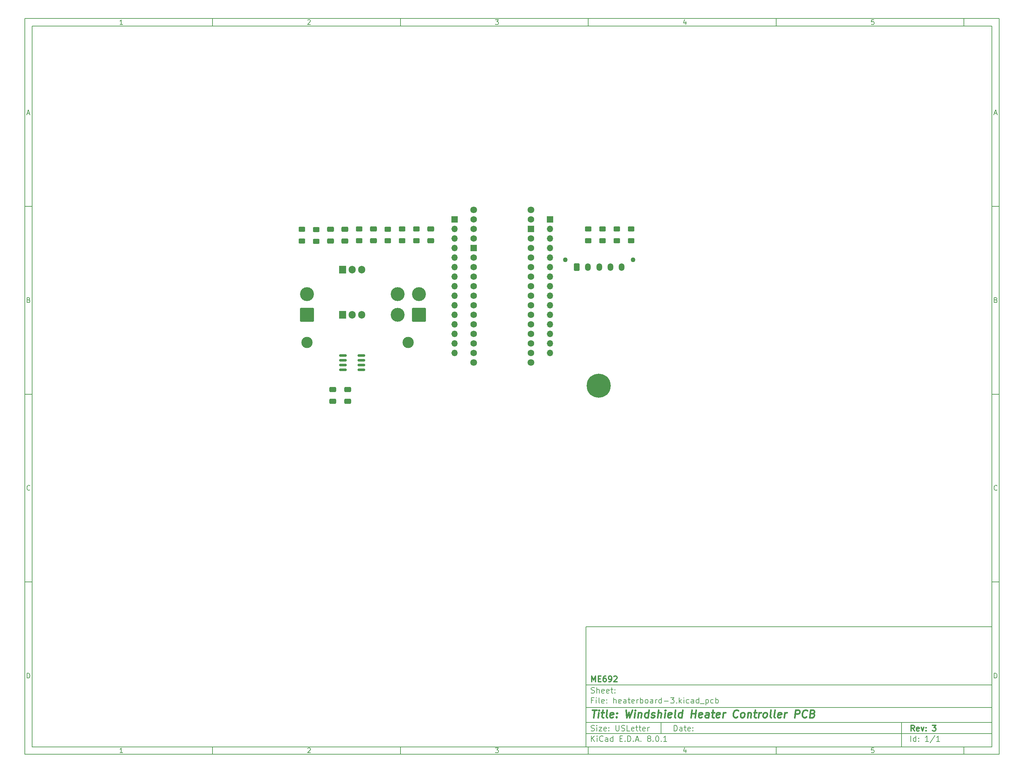
<source format=gbr>
%TF.GenerationSoftware,KiCad,Pcbnew,8.0.1*%
%TF.CreationDate,2024-05-02T11:38:50-04:00*%
%TF.ProjectId,heaterboard-3,68656174-6572-4626-9f61-72642d332e6b,3*%
%TF.SameCoordinates,Original*%
%TF.FileFunction,Soldermask,Top*%
%TF.FilePolarity,Negative*%
%FSLAX46Y46*%
G04 Gerber Fmt 4.6, Leading zero omitted, Abs format (unit mm)*
G04 Created by KiCad (PCBNEW 8.0.1) date 2024-05-02 11:38:50*
%MOMM*%
%LPD*%
G01*
G04 APERTURE LIST*
G04 Aperture macros list*
%AMRoundRect*
0 Rectangle with rounded corners*
0 $1 Rounding radius*
0 $2 $3 $4 $5 $6 $7 $8 $9 X,Y pos of 4 corners*
0 Add a 4 corners polygon primitive as box body*
4,1,4,$2,$3,$4,$5,$6,$7,$8,$9,$2,$3,0*
0 Add four circle primitives for the rounded corners*
1,1,$1+$1,$2,$3*
1,1,$1+$1,$4,$5*
1,1,$1+$1,$6,$7*
1,1,$1+$1,$8,$9*
0 Add four rect primitives between the rounded corners*
20,1,$1+$1,$2,$3,$4,$5,0*
20,1,$1+$1,$4,$5,$6,$7,0*
20,1,$1+$1,$6,$7,$8,$9,0*
20,1,$1+$1,$8,$9,$2,$3,0*%
G04 Aperture macros list end*
%ADD10C,0.100000*%
%ADD11C,0.150000*%
%ADD12C,0.300000*%
%ADD13C,0.400000*%
%ADD14RoundRect,0.250000X0.625000X-0.400000X0.625000X0.400000X-0.625000X0.400000X-0.625000X-0.400000X0*%
%ADD15RoundRect,0.250000X-0.650000X0.412500X-0.650000X-0.412500X0.650000X-0.412500X0.650000X0.412500X0*%
%ADD16R,1.905000X2.000000*%
%ADD17O,1.905000X2.000000*%
%ADD18R,1.700000X1.700000*%
%ADD19O,1.700000X1.700000*%
%ADD20C,3.000000*%
%ADD21RoundRect,0.250002X1.599998X1.599998X-1.599998X1.599998X-1.599998X-1.599998X1.599998X-1.599998X0*%
%ADD22C,3.700000*%
%ADD23RoundRect,0.250000X-0.625000X0.400000X-0.625000X-0.400000X0.625000X-0.400000X0.625000X0.400000X0*%
%ADD24RoundRect,0.250000X0.650000X-0.412500X0.650000X0.412500X-0.650000X0.412500X-0.650000X-0.412500X0*%
%ADD25C,1.800000*%
%ADD26C,1.727200*%
%ADD27R,1.727200X1.727200*%
%ADD28C,1.270000*%
%ADD29RoundRect,0.250001X-0.499999X-0.759999X0.499999X-0.759999X0.499999X0.759999X-0.499999X0.759999X0*%
%ADD30O,1.500000X2.020000*%
%ADD31C,6.400000*%
%ADD32RoundRect,0.150000X0.825000X0.150000X-0.825000X0.150000X-0.825000X-0.150000X0.825000X-0.150000X0*%
G04 APERTURE END LIST*
D10*
D11*
X159400000Y-171900000D02*
X267400000Y-171900000D01*
X267400000Y-203900000D01*
X159400000Y-203900000D01*
X159400000Y-171900000D01*
D10*
D11*
X10000000Y-10000000D02*
X269400000Y-10000000D01*
X269400000Y-205900000D01*
X10000000Y-205900000D01*
X10000000Y-10000000D01*
D10*
D11*
X12000000Y-12000000D02*
X267400000Y-12000000D01*
X267400000Y-203900000D01*
X12000000Y-203900000D01*
X12000000Y-12000000D01*
D10*
D11*
X60000000Y-12000000D02*
X60000000Y-10000000D01*
D10*
D11*
X110000000Y-12000000D02*
X110000000Y-10000000D01*
D10*
D11*
X160000000Y-12000000D02*
X160000000Y-10000000D01*
D10*
D11*
X210000000Y-12000000D02*
X210000000Y-10000000D01*
D10*
D11*
X260000000Y-12000000D02*
X260000000Y-10000000D01*
D10*
D11*
X36089160Y-11593604D02*
X35346303Y-11593604D01*
X35717731Y-11593604D02*
X35717731Y-10293604D01*
X35717731Y-10293604D02*
X35593922Y-10479319D01*
X35593922Y-10479319D02*
X35470112Y-10603128D01*
X35470112Y-10603128D02*
X35346303Y-10665033D01*
D10*
D11*
X85346303Y-10417414D02*
X85408207Y-10355509D01*
X85408207Y-10355509D02*
X85532017Y-10293604D01*
X85532017Y-10293604D02*
X85841541Y-10293604D01*
X85841541Y-10293604D02*
X85965350Y-10355509D01*
X85965350Y-10355509D02*
X86027255Y-10417414D01*
X86027255Y-10417414D02*
X86089160Y-10541223D01*
X86089160Y-10541223D02*
X86089160Y-10665033D01*
X86089160Y-10665033D02*
X86027255Y-10850747D01*
X86027255Y-10850747D02*
X85284398Y-11593604D01*
X85284398Y-11593604D02*
X86089160Y-11593604D01*
D10*
D11*
X135284398Y-10293604D02*
X136089160Y-10293604D01*
X136089160Y-10293604D02*
X135655826Y-10788842D01*
X135655826Y-10788842D02*
X135841541Y-10788842D01*
X135841541Y-10788842D02*
X135965350Y-10850747D01*
X135965350Y-10850747D02*
X136027255Y-10912652D01*
X136027255Y-10912652D02*
X136089160Y-11036461D01*
X136089160Y-11036461D02*
X136089160Y-11345985D01*
X136089160Y-11345985D02*
X136027255Y-11469795D01*
X136027255Y-11469795D02*
X135965350Y-11531700D01*
X135965350Y-11531700D02*
X135841541Y-11593604D01*
X135841541Y-11593604D02*
X135470112Y-11593604D01*
X135470112Y-11593604D02*
X135346303Y-11531700D01*
X135346303Y-11531700D02*
X135284398Y-11469795D01*
D10*
D11*
X185965350Y-10726938D02*
X185965350Y-11593604D01*
X185655826Y-10231700D02*
X185346303Y-11160271D01*
X185346303Y-11160271D02*
X186151064Y-11160271D01*
D10*
D11*
X236027255Y-10293604D02*
X235408207Y-10293604D01*
X235408207Y-10293604D02*
X235346303Y-10912652D01*
X235346303Y-10912652D02*
X235408207Y-10850747D01*
X235408207Y-10850747D02*
X235532017Y-10788842D01*
X235532017Y-10788842D02*
X235841541Y-10788842D01*
X235841541Y-10788842D02*
X235965350Y-10850747D01*
X235965350Y-10850747D02*
X236027255Y-10912652D01*
X236027255Y-10912652D02*
X236089160Y-11036461D01*
X236089160Y-11036461D02*
X236089160Y-11345985D01*
X236089160Y-11345985D02*
X236027255Y-11469795D01*
X236027255Y-11469795D02*
X235965350Y-11531700D01*
X235965350Y-11531700D02*
X235841541Y-11593604D01*
X235841541Y-11593604D02*
X235532017Y-11593604D01*
X235532017Y-11593604D02*
X235408207Y-11531700D01*
X235408207Y-11531700D02*
X235346303Y-11469795D01*
D10*
D11*
X60000000Y-203900000D02*
X60000000Y-205900000D01*
D10*
D11*
X110000000Y-203900000D02*
X110000000Y-205900000D01*
D10*
D11*
X160000000Y-203900000D02*
X160000000Y-205900000D01*
D10*
D11*
X210000000Y-203900000D02*
X210000000Y-205900000D01*
D10*
D11*
X260000000Y-203900000D02*
X260000000Y-205900000D01*
D10*
D11*
X36089160Y-205493604D02*
X35346303Y-205493604D01*
X35717731Y-205493604D02*
X35717731Y-204193604D01*
X35717731Y-204193604D02*
X35593922Y-204379319D01*
X35593922Y-204379319D02*
X35470112Y-204503128D01*
X35470112Y-204503128D02*
X35346303Y-204565033D01*
D10*
D11*
X85346303Y-204317414D02*
X85408207Y-204255509D01*
X85408207Y-204255509D02*
X85532017Y-204193604D01*
X85532017Y-204193604D02*
X85841541Y-204193604D01*
X85841541Y-204193604D02*
X85965350Y-204255509D01*
X85965350Y-204255509D02*
X86027255Y-204317414D01*
X86027255Y-204317414D02*
X86089160Y-204441223D01*
X86089160Y-204441223D02*
X86089160Y-204565033D01*
X86089160Y-204565033D02*
X86027255Y-204750747D01*
X86027255Y-204750747D02*
X85284398Y-205493604D01*
X85284398Y-205493604D02*
X86089160Y-205493604D01*
D10*
D11*
X135284398Y-204193604D02*
X136089160Y-204193604D01*
X136089160Y-204193604D02*
X135655826Y-204688842D01*
X135655826Y-204688842D02*
X135841541Y-204688842D01*
X135841541Y-204688842D02*
X135965350Y-204750747D01*
X135965350Y-204750747D02*
X136027255Y-204812652D01*
X136027255Y-204812652D02*
X136089160Y-204936461D01*
X136089160Y-204936461D02*
X136089160Y-205245985D01*
X136089160Y-205245985D02*
X136027255Y-205369795D01*
X136027255Y-205369795D02*
X135965350Y-205431700D01*
X135965350Y-205431700D02*
X135841541Y-205493604D01*
X135841541Y-205493604D02*
X135470112Y-205493604D01*
X135470112Y-205493604D02*
X135346303Y-205431700D01*
X135346303Y-205431700D02*
X135284398Y-205369795D01*
D10*
D11*
X185965350Y-204626938D02*
X185965350Y-205493604D01*
X185655826Y-204131700D02*
X185346303Y-205060271D01*
X185346303Y-205060271D02*
X186151064Y-205060271D01*
D10*
D11*
X236027255Y-204193604D02*
X235408207Y-204193604D01*
X235408207Y-204193604D02*
X235346303Y-204812652D01*
X235346303Y-204812652D02*
X235408207Y-204750747D01*
X235408207Y-204750747D02*
X235532017Y-204688842D01*
X235532017Y-204688842D02*
X235841541Y-204688842D01*
X235841541Y-204688842D02*
X235965350Y-204750747D01*
X235965350Y-204750747D02*
X236027255Y-204812652D01*
X236027255Y-204812652D02*
X236089160Y-204936461D01*
X236089160Y-204936461D02*
X236089160Y-205245985D01*
X236089160Y-205245985D02*
X236027255Y-205369795D01*
X236027255Y-205369795D02*
X235965350Y-205431700D01*
X235965350Y-205431700D02*
X235841541Y-205493604D01*
X235841541Y-205493604D02*
X235532017Y-205493604D01*
X235532017Y-205493604D02*
X235408207Y-205431700D01*
X235408207Y-205431700D02*
X235346303Y-205369795D01*
D10*
D11*
X10000000Y-60000000D02*
X12000000Y-60000000D01*
D10*
D11*
X10000000Y-110000000D02*
X12000000Y-110000000D01*
D10*
D11*
X10000000Y-160000000D02*
X12000000Y-160000000D01*
D10*
D11*
X10690476Y-35222176D02*
X11309523Y-35222176D01*
X10566666Y-35593604D02*
X10999999Y-34293604D01*
X10999999Y-34293604D02*
X11433333Y-35593604D01*
D10*
D11*
X11092857Y-84912652D02*
X11278571Y-84974557D01*
X11278571Y-84974557D02*
X11340476Y-85036461D01*
X11340476Y-85036461D02*
X11402380Y-85160271D01*
X11402380Y-85160271D02*
X11402380Y-85345985D01*
X11402380Y-85345985D02*
X11340476Y-85469795D01*
X11340476Y-85469795D02*
X11278571Y-85531700D01*
X11278571Y-85531700D02*
X11154761Y-85593604D01*
X11154761Y-85593604D02*
X10659523Y-85593604D01*
X10659523Y-85593604D02*
X10659523Y-84293604D01*
X10659523Y-84293604D02*
X11092857Y-84293604D01*
X11092857Y-84293604D02*
X11216666Y-84355509D01*
X11216666Y-84355509D02*
X11278571Y-84417414D01*
X11278571Y-84417414D02*
X11340476Y-84541223D01*
X11340476Y-84541223D02*
X11340476Y-84665033D01*
X11340476Y-84665033D02*
X11278571Y-84788842D01*
X11278571Y-84788842D02*
X11216666Y-84850747D01*
X11216666Y-84850747D02*
X11092857Y-84912652D01*
X11092857Y-84912652D02*
X10659523Y-84912652D01*
D10*
D11*
X11402380Y-135469795D02*
X11340476Y-135531700D01*
X11340476Y-135531700D02*
X11154761Y-135593604D01*
X11154761Y-135593604D02*
X11030952Y-135593604D01*
X11030952Y-135593604D02*
X10845238Y-135531700D01*
X10845238Y-135531700D02*
X10721428Y-135407890D01*
X10721428Y-135407890D02*
X10659523Y-135284080D01*
X10659523Y-135284080D02*
X10597619Y-135036461D01*
X10597619Y-135036461D02*
X10597619Y-134850747D01*
X10597619Y-134850747D02*
X10659523Y-134603128D01*
X10659523Y-134603128D02*
X10721428Y-134479319D01*
X10721428Y-134479319D02*
X10845238Y-134355509D01*
X10845238Y-134355509D02*
X11030952Y-134293604D01*
X11030952Y-134293604D02*
X11154761Y-134293604D01*
X11154761Y-134293604D02*
X11340476Y-134355509D01*
X11340476Y-134355509D02*
X11402380Y-134417414D01*
D10*
D11*
X10659523Y-185593604D02*
X10659523Y-184293604D01*
X10659523Y-184293604D02*
X10969047Y-184293604D01*
X10969047Y-184293604D02*
X11154761Y-184355509D01*
X11154761Y-184355509D02*
X11278571Y-184479319D01*
X11278571Y-184479319D02*
X11340476Y-184603128D01*
X11340476Y-184603128D02*
X11402380Y-184850747D01*
X11402380Y-184850747D02*
X11402380Y-185036461D01*
X11402380Y-185036461D02*
X11340476Y-185284080D01*
X11340476Y-185284080D02*
X11278571Y-185407890D01*
X11278571Y-185407890D02*
X11154761Y-185531700D01*
X11154761Y-185531700D02*
X10969047Y-185593604D01*
X10969047Y-185593604D02*
X10659523Y-185593604D01*
D10*
D11*
X269400000Y-60000000D02*
X267400000Y-60000000D01*
D10*
D11*
X269400000Y-110000000D02*
X267400000Y-110000000D01*
D10*
D11*
X269400000Y-160000000D02*
X267400000Y-160000000D01*
D10*
D11*
X268090476Y-35222176D02*
X268709523Y-35222176D01*
X267966666Y-35593604D02*
X268399999Y-34293604D01*
X268399999Y-34293604D02*
X268833333Y-35593604D01*
D10*
D11*
X268492857Y-84912652D02*
X268678571Y-84974557D01*
X268678571Y-84974557D02*
X268740476Y-85036461D01*
X268740476Y-85036461D02*
X268802380Y-85160271D01*
X268802380Y-85160271D02*
X268802380Y-85345985D01*
X268802380Y-85345985D02*
X268740476Y-85469795D01*
X268740476Y-85469795D02*
X268678571Y-85531700D01*
X268678571Y-85531700D02*
X268554761Y-85593604D01*
X268554761Y-85593604D02*
X268059523Y-85593604D01*
X268059523Y-85593604D02*
X268059523Y-84293604D01*
X268059523Y-84293604D02*
X268492857Y-84293604D01*
X268492857Y-84293604D02*
X268616666Y-84355509D01*
X268616666Y-84355509D02*
X268678571Y-84417414D01*
X268678571Y-84417414D02*
X268740476Y-84541223D01*
X268740476Y-84541223D02*
X268740476Y-84665033D01*
X268740476Y-84665033D02*
X268678571Y-84788842D01*
X268678571Y-84788842D02*
X268616666Y-84850747D01*
X268616666Y-84850747D02*
X268492857Y-84912652D01*
X268492857Y-84912652D02*
X268059523Y-84912652D01*
D10*
D11*
X268802380Y-135469795D02*
X268740476Y-135531700D01*
X268740476Y-135531700D02*
X268554761Y-135593604D01*
X268554761Y-135593604D02*
X268430952Y-135593604D01*
X268430952Y-135593604D02*
X268245238Y-135531700D01*
X268245238Y-135531700D02*
X268121428Y-135407890D01*
X268121428Y-135407890D02*
X268059523Y-135284080D01*
X268059523Y-135284080D02*
X267997619Y-135036461D01*
X267997619Y-135036461D02*
X267997619Y-134850747D01*
X267997619Y-134850747D02*
X268059523Y-134603128D01*
X268059523Y-134603128D02*
X268121428Y-134479319D01*
X268121428Y-134479319D02*
X268245238Y-134355509D01*
X268245238Y-134355509D02*
X268430952Y-134293604D01*
X268430952Y-134293604D02*
X268554761Y-134293604D01*
X268554761Y-134293604D02*
X268740476Y-134355509D01*
X268740476Y-134355509D02*
X268802380Y-134417414D01*
D10*
D11*
X268059523Y-185593604D02*
X268059523Y-184293604D01*
X268059523Y-184293604D02*
X268369047Y-184293604D01*
X268369047Y-184293604D02*
X268554761Y-184355509D01*
X268554761Y-184355509D02*
X268678571Y-184479319D01*
X268678571Y-184479319D02*
X268740476Y-184603128D01*
X268740476Y-184603128D02*
X268802380Y-184850747D01*
X268802380Y-184850747D02*
X268802380Y-185036461D01*
X268802380Y-185036461D02*
X268740476Y-185284080D01*
X268740476Y-185284080D02*
X268678571Y-185407890D01*
X268678571Y-185407890D02*
X268554761Y-185531700D01*
X268554761Y-185531700D02*
X268369047Y-185593604D01*
X268369047Y-185593604D02*
X268059523Y-185593604D01*
D10*
D11*
X182855826Y-199686128D02*
X182855826Y-198186128D01*
X182855826Y-198186128D02*
X183212969Y-198186128D01*
X183212969Y-198186128D02*
X183427255Y-198257557D01*
X183427255Y-198257557D02*
X183570112Y-198400414D01*
X183570112Y-198400414D02*
X183641541Y-198543271D01*
X183641541Y-198543271D02*
X183712969Y-198828985D01*
X183712969Y-198828985D02*
X183712969Y-199043271D01*
X183712969Y-199043271D02*
X183641541Y-199328985D01*
X183641541Y-199328985D02*
X183570112Y-199471842D01*
X183570112Y-199471842D02*
X183427255Y-199614700D01*
X183427255Y-199614700D02*
X183212969Y-199686128D01*
X183212969Y-199686128D02*
X182855826Y-199686128D01*
X184998684Y-199686128D02*
X184998684Y-198900414D01*
X184998684Y-198900414D02*
X184927255Y-198757557D01*
X184927255Y-198757557D02*
X184784398Y-198686128D01*
X184784398Y-198686128D02*
X184498684Y-198686128D01*
X184498684Y-198686128D02*
X184355826Y-198757557D01*
X184998684Y-199614700D02*
X184855826Y-199686128D01*
X184855826Y-199686128D02*
X184498684Y-199686128D01*
X184498684Y-199686128D02*
X184355826Y-199614700D01*
X184355826Y-199614700D02*
X184284398Y-199471842D01*
X184284398Y-199471842D02*
X184284398Y-199328985D01*
X184284398Y-199328985D02*
X184355826Y-199186128D01*
X184355826Y-199186128D02*
X184498684Y-199114700D01*
X184498684Y-199114700D02*
X184855826Y-199114700D01*
X184855826Y-199114700D02*
X184998684Y-199043271D01*
X185498684Y-198686128D02*
X186070112Y-198686128D01*
X185712969Y-198186128D02*
X185712969Y-199471842D01*
X185712969Y-199471842D02*
X185784398Y-199614700D01*
X185784398Y-199614700D02*
X185927255Y-199686128D01*
X185927255Y-199686128D02*
X186070112Y-199686128D01*
X187141541Y-199614700D02*
X186998684Y-199686128D01*
X186998684Y-199686128D02*
X186712970Y-199686128D01*
X186712970Y-199686128D02*
X186570112Y-199614700D01*
X186570112Y-199614700D02*
X186498684Y-199471842D01*
X186498684Y-199471842D02*
X186498684Y-198900414D01*
X186498684Y-198900414D02*
X186570112Y-198757557D01*
X186570112Y-198757557D02*
X186712970Y-198686128D01*
X186712970Y-198686128D02*
X186998684Y-198686128D01*
X186998684Y-198686128D02*
X187141541Y-198757557D01*
X187141541Y-198757557D02*
X187212970Y-198900414D01*
X187212970Y-198900414D02*
X187212970Y-199043271D01*
X187212970Y-199043271D02*
X186498684Y-199186128D01*
X187855826Y-199543271D02*
X187927255Y-199614700D01*
X187927255Y-199614700D02*
X187855826Y-199686128D01*
X187855826Y-199686128D02*
X187784398Y-199614700D01*
X187784398Y-199614700D02*
X187855826Y-199543271D01*
X187855826Y-199543271D02*
X187855826Y-199686128D01*
X187855826Y-198757557D02*
X187927255Y-198828985D01*
X187927255Y-198828985D02*
X187855826Y-198900414D01*
X187855826Y-198900414D02*
X187784398Y-198828985D01*
X187784398Y-198828985D02*
X187855826Y-198757557D01*
X187855826Y-198757557D02*
X187855826Y-198900414D01*
D10*
D11*
X159400000Y-200400000D02*
X267400000Y-200400000D01*
D10*
D11*
X160855826Y-202486128D02*
X160855826Y-200986128D01*
X161712969Y-202486128D02*
X161070112Y-201628985D01*
X161712969Y-200986128D02*
X160855826Y-201843271D01*
X162355826Y-202486128D02*
X162355826Y-201486128D01*
X162355826Y-200986128D02*
X162284398Y-201057557D01*
X162284398Y-201057557D02*
X162355826Y-201128985D01*
X162355826Y-201128985D02*
X162427255Y-201057557D01*
X162427255Y-201057557D02*
X162355826Y-200986128D01*
X162355826Y-200986128D02*
X162355826Y-201128985D01*
X163927255Y-202343271D02*
X163855827Y-202414700D01*
X163855827Y-202414700D02*
X163641541Y-202486128D01*
X163641541Y-202486128D02*
X163498684Y-202486128D01*
X163498684Y-202486128D02*
X163284398Y-202414700D01*
X163284398Y-202414700D02*
X163141541Y-202271842D01*
X163141541Y-202271842D02*
X163070112Y-202128985D01*
X163070112Y-202128985D02*
X162998684Y-201843271D01*
X162998684Y-201843271D02*
X162998684Y-201628985D01*
X162998684Y-201628985D02*
X163070112Y-201343271D01*
X163070112Y-201343271D02*
X163141541Y-201200414D01*
X163141541Y-201200414D02*
X163284398Y-201057557D01*
X163284398Y-201057557D02*
X163498684Y-200986128D01*
X163498684Y-200986128D02*
X163641541Y-200986128D01*
X163641541Y-200986128D02*
X163855827Y-201057557D01*
X163855827Y-201057557D02*
X163927255Y-201128985D01*
X165212970Y-202486128D02*
X165212970Y-201700414D01*
X165212970Y-201700414D02*
X165141541Y-201557557D01*
X165141541Y-201557557D02*
X164998684Y-201486128D01*
X164998684Y-201486128D02*
X164712970Y-201486128D01*
X164712970Y-201486128D02*
X164570112Y-201557557D01*
X165212970Y-202414700D02*
X165070112Y-202486128D01*
X165070112Y-202486128D02*
X164712970Y-202486128D01*
X164712970Y-202486128D02*
X164570112Y-202414700D01*
X164570112Y-202414700D02*
X164498684Y-202271842D01*
X164498684Y-202271842D02*
X164498684Y-202128985D01*
X164498684Y-202128985D02*
X164570112Y-201986128D01*
X164570112Y-201986128D02*
X164712970Y-201914700D01*
X164712970Y-201914700D02*
X165070112Y-201914700D01*
X165070112Y-201914700D02*
X165212970Y-201843271D01*
X166570113Y-202486128D02*
X166570113Y-200986128D01*
X166570113Y-202414700D02*
X166427255Y-202486128D01*
X166427255Y-202486128D02*
X166141541Y-202486128D01*
X166141541Y-202486128D02*
X165998684Y-202414700D01*
X165998684Y-202414700D02*
X165927255Y-202343271D01*
X165927255Y-202343271D02*
X165855827Y-202200414D01*
X165855827Y-202200414D02*
X165855827Y-201771842D01*
X165855827Y-201771842D02*
X165927255Y-201628985D01*
X165927255Y-201628985D02*
X165998684Y-201557557D01*
X165998684Y-201557557D02*
X166141541Y-201486128D01*
X166141541Y-201486128D02*
X166427255Y-201486128D01*
X166427255Y-201486128D02*
X166570113Y-201557557D01*
X168427255Y-201700414D02*
X168927255Y-201700414D01*
X169141541Y-202486128D02*
X168427255Y-202486128D01*
X168427255Y-202486128D02*
X168427255Y-200986128D01*
X168427255Y-200986128D02*
X169141541Y-200986128D01*
X169784398Y-202343271D02*
X169855827Y-202414700D01*
X169855827Y-202414700D02*
X169784398Y-202486128D01*
X169784398Y-202486128D02*
X169712970Y-202414700D01*
X169712970Y-202414700D02*
X169784398Y-202343271D01*
X169784398Y-202343271D02*
X169784398Y-202486128D01*
X170498684Y-202486128D02*
X170498684Y-200986128D01*
X170498684Y-200986128D02*
X170855827Y-200986128D01*
X170855827Y-200986128D02*
X171070113Y-201057557D01*
X171070113Y-201057557D02*
X171212970Y-201200414D01*
X171212970Y-201200414D02*
X171284399Y-201343271D01*
X171284399Y-201343271D02*
X171355827Y-201628985D01*
X171355827Y-201628985D02*
X171355827Y-201843271D01*
X171355827Y-201843271D02*
X171284399Y-202128985D01*
X171284399Y-202128985D02*
X171212970Y-202271842D01*
X171212970Y-202271842D02*
X171070113Y-202414700D01*
X171070113Y-202414700D02*
X170855827Y-202486128D01*
X170855827Y-202486128D02*
X170498684Y-202486128D01*
X171998684Y-202343271D02*
X172070113Y-202414700D01*
X172070113Y-202414700D02*
X171998684Y-202486128D01*
X171998684Y-202486128D02*
X171927256Y-202414700D01*
X171927256Y-202414700D02*
X171998684Y-202343271D01*
X171998684Y-202343271D02*
X171998684Y-202486128D01*
X172641542Y-202057557D02*
X173355828Y-202057557D01*
X172498685Y-202486128D02*
X172998685Y-200986128D01*
X172998685Y-200986128D02*
X173498685Y-202486128D01*
X173998684Y-202343271D02*
X174070113Y-202414700D01*
X174070113Y-202414700D02*
X173998684Y-202486128D01*
X173998684Y-202486128D02*
X173927256Y-202414700D01*
X173927256Y-202414700D02*
X173998684Y-202343271D01*
X173998684Y-202343271D02*
X173998684Y-202486128D01*
X176070113Y-201628985D02*
X175927256Y-201557557D01*
X175927256Y-201557557D02*
X175855827Y-201486128D01*
X175855827Y-201486128D02*
X175784399Y-201343271D01*
X175784399Y-201343271D02*
X175784399Y-201271842D01*
X175784399Y-201271842D02*
X175855827Y-201128985D01*
X175855827Y-201128985D02*
X175927256Y-201057557D01*
X175927256Y-201057557D02*
X176070113Y-200986128D01*
X176070113Y-200986128D02*
X176355827Y-200986128D01*
X176355827Y-200986128D02*
X176498685Y-201057557D01*
X176498685Y-201057557D02*
X176570113Y-201128985D01*
X176570113Y-201128985D02*
X176641542Y-201271842D01*
X176641542Y-201271842D02*
X176641542Y-201343271D01*
X176641542Y-201343271D02*
X176570113Y-201486128D01*
X176570113Y-201486128D02*
X176498685Y-201557557D01*
X176498685Y-201557557D02*
X176355827Y-201628985D01*
X176355827Y-201628985D02*
X176070113Y-201628985D01*
X176070113Y-201628985D02*
X175927256Y-201700414D01*
X175927256Y-201700414D02*
X175855827Y-201771842D01*
X175855827Y-201771842D02*
X175784399Y-201914700D01*
X175784399Y-201914700D02*
X175784399Y-202200414D01*
X175784399Y-202200414D02*
X175855827Y-202343271D01*
X175855827Y-202343271D02*
X175927256Y-202414700D01*
X175927256Y-202414700D02*
X176070113Y-202486128D01*
X176070113Y-202486128D02*
X176355827Y-202486128D01*
X176355827Y-202486128D02*
X176498685Y-202414700D01*
X176498685Y-202414700D02*
X176570113Y-202343271D01*
X176570113Y-202343271D02*
X176641542Y-202200414D01*
X176641542Y-202200414D02*
X176641542Y-201914700D01*
X176641542Y-201914700D02*
X176570113Y-201771842D01*
X176570113Y-201771842D02*
X176498685Y-201700414D01*
X176498685Y-201700414D02*
X176355827Y-201628985D01*
X177284398Y-202343271D02*
X177355827Y-202414700D01*
X177355827Y-202414700D02*
X177284398Y-202486128D01*
X177284398Y-202486128D02*
X177212970Y-202414700D01*
X177212970Y-202414700D02*
X177284398Y-202343271D01*
X177284398Y-202343271D02*
X177284398Y-202486128D01*
X178284399Y-200986128D02*
X178427256Y-200986128D01*
X178427256Y-200986128D02*
X178570113Y-201057557D01*
X178570113Y-201057557D02*
X178641542Y-201128985D01*
X178641542Y-201128985D02*
X178712970Y-201271842D01*
X178712970Y-201271842D02*
X178784399Y-201557557D01*
X178784399Y-201557557D02*
X178784399Y-201914700D01*
X178784399Y-201914700D02*
X178712970Y-202200414D01*
X178712970Y-202200414D02*
X178641542Y-202343271D01*
X178641542Y-202343271D02*
X178570113Y-202414700D01*
X178570113Y-202414700D02*
X178427256Y-202486128D01*
X178427256Y-202486128D02*
X178284399Y-202486128D01*
X178284399Y-202486128D02*
X178141542Y-202414700D01*
X178141542Y-202414700D02*
X178070113Y-202343271D01*
X178070113Y-202343271D02*
X177998684Y-202200414D01*
X177998684Y-202200414D02*
X177927256Y-201914700D01*
X177927256Y-201914700D02*
X177927256Y-201557557D01*
X177927256Y-201557557D02*
X177998684Y-201271842D01*
X177998684Y-201271842D02*
X178070113Y-201128985D01*
X178070113Y-201128985D02*
X178141542Y-201057557D01*
X178141542Y-201057557D02*
X178284399Y-200986128D01*
X179427255Y-202343271D02*
X179498684Y-202414700D01*
X179498684Y-202414700D02*
X179427255Y-202486128D01*
X179427255Y-202486128D02*
X179355827Y-202414700D01*
X179355827Y-202414700D02*
X179427255Y-202343271D01*
X179427255Y-202343271D02*
X179427255Y-202486128D01*
X180927256Y-202486128D02*
X180070113Y-202486128D01*
X180498684Y-202486128D02*
X180498684Y-200986128D01*
X180498684Y-200986128D02*
X180355827Y-201200414D01*
X180355827Y-201200414D02*
X180212970Y-201343271D01*
X180212970Y-201343271D02*
X180070113Y-201414700D01*
D10*
D11*
X159400000Y-197400000D02*
X267400000Y-197400000D01*
D10*
D12*
X246811653Y-199678328D02*
X246311653Y-198964042D01*
X245954510Y-199678328D02*
X245954510Y-198178328D01*
X245954510Y-198178328D02*
X246525939Y-198178328D01*
X246525939Y-198178328D02*
X246668796Y-198249757D01*
X246668796Y-198249757D02*
X246740225Y-198321185D01*
X246740225Y-198321185D02*
X246811653Y-198464042D01*
X246811653Y-198464042D02*
X246811653Y-198678328D01*
X246811653Y-198678328D02*
X246740225Y-198821185D01*
X246740225Y-198821185D02*
X246668796Y-198892614D01*
X246668796Y-198892614D02*
X246525939Y-198964042D01*
X246525939Y-198964042D02*
X245954510Y-198964042D01*
X248025939Y-199606900D02*
X247883082Y-199678328D01*
X247883082Y-199678328D02*
X247597368Y-199678328D01*
X247597368Y-199678328D02*
X247454510Y-199606900D01*
X247454510Y-199606900D02*
X247383082Y-199464042D01*
X247383082Y-199464042D02*
X247383082Y-198892614D01*
X247383082Y-198892614D02*
X247454510Y-198749757D01*
X247454510Y-198749757D02*
X247597368Y-198678328D01*
X247597368Y-198678328D02*
X247883082Y-198678328D01*
X247883082Y-198678328D02*
X248025939Y-198749757D01*
X248025939Y-198749757D02*
X248097368Y-198892614D01*
X248097368Y-198892614D02*
X248097368Y-199035471D01*
X248097368Y-199035471D02*
X247383082Y-199178328D01*
X248597367Y-198678328D02*
X248954510Y-199678328D01*
X248954510Y-199678328D02*
X249311653Y-198678328D01*
X249883081Y-199535471D02*
X249954510Y-199606900D01*
X249954510Y-199606900D02*
X249883081Y-199678328D01*
X249883081Y-199678328D02*
X249811653Y-199606900D01*
X249811653Y-199606900D02*
X249883081Y-199535471D01*
X249883081Y-199535471D02*
X249883081Y-199678328D01*
X249883081Y-198749757D02*
X249954510Y-198821185D01*
X249954510Y-198821185D02*
X249883081Y-198892614D01*
X249883081Y-198892614D02*
X249811653Y-198821185D01*
X249811653Y-198821185D02*
X249883081Y-198749757D01*
X249883081Y-198749757D02*
X249883081Y-198892614D01*
X251597367Y-198178328D02*
X252525939Y-198178328D01*
X252525939Y-198178328D02*
X252025939Y-198749757D01*
X252025939Y-198749757D02*
X252240224Y-198749757D01*
X252240224Y-198749757D02*
X252383082Y-198821185D01*
X252383082Y-198821185D02*
X252454510Y-198892614D01*
X252454510Y-198892614D02*
X252525939Y-199035471D01*
X252525939Y-199035471D02*
X252525939Y-199392614D01*
X252525939Y-199392614D02*
X252454510Y-199535471D01*
X252454510Y-199535471D02*
X252383082Y-199606900D01*
X252383082Y-199606900D02*
X252240224Y-199678328D01*
X252240224Y-199678328D02*
X251811653Y-199678328D01*
X251811653Y-199678328D02*
X251668796Y-199606900D01*
X251668796Y-199606900D02*
X251597367Y-199535471D01*
D10*
D11*
X160784398Y-199614700D02*
X160998684Y-199686128D01*
X160998684Y-199686128D02*
X161355826Y-199686128D01*
X161355826Y-199686128D02*
X161498684Y-199614700D01*
X161498684Y-199614700D02*
X161570112Y-199543271D01*
X161570112Y-199543271D02*
X161641541Y-199400414D01*
X161641541Y-199400414D02*
X161641541Y-199257557D01*
X161641541Y-199257557D02*
X161570112Y-199114700D01*
X161570112Y-199114700D02*
X161498684Y-199043271D01*
X161498684Y-199043271D02*
X161355826Y-198971842D01*
X161355826Y-198971842D02*
X161070112Y-198900414D01*
X161070112Y-198900414D02*
X160927255Y-198828985D01*
X160927255Y-198828985D02*
X160855826Y-198757557D01*
X160855826Y-198757557D02*
X160784398Y-198614700D01*
X160784398Y-198614700D02*
X160784398Y-198471842D01*
X160784398Y-198471842D02*
X160855826Y-198328985D01*
X160855826Y-198328985D02*
X160927255Y-198257557D01*
X160927255Y-198257557D02*
X161070112Y-198186128D01*
X161070112Y-198186128D02*
X161427255Y-198186128D01*
X161427255Y-198186128D02*
X161641541Y-198257557D01*
X162284397Y-199686128D02*
X162284397Y-198686128D01*
X162284397Y-198186128D02*
X162212969Y-198257557D01*
X162212969Y-198257557D02*
X162284397Y-198328985D01*
X162284397Y-198328985D02*
X162355826Y-198257557D01*
X162355826Y-198257557D02*
X162284397Y-198186128D01*
X162284397Y-198186128D02*
X162284397Y-198328985D01*
X162855826Y-198686128D02*
X163641541Y-198686128D01*
X163641541Y-198686128D02*
X162855826Y-199686128D01*
X162855826Y-199686128D02*
X163641541Y-199686128D01*
X164784398Y-199614700D02*
X164641541Y-199686128D01*
X164641541Y-199686128D02*
X164355827Y-199686128D01*
X164355827Y-199686128D02*
X164212969Y-199614700D01*
X164212969Y-199614700D02*
X164141541Y-199471842D01*
X164141541Y-199471842D02*
X164141541Y-198900414D01*
X164141541Y-198900414D02*
X164212969Y-198757557D01*
X164212969Y-198757557D02*
X164355827Y-198686128D01*
X164355827Y-198686128D02*
X164641541Y-198686128D01*
X164641541Y-198686128D02*
X164784398Y-198757557D01*
X164784398Y-198757557D02*
X164855827Y-198900414D01*
X164855827Y-198900414D02*
X164855827Y-199043271D01*
X164855827Y-199043271D02*
X164141541Y-199186128D01*
X165498683Y-199543271D02*
X165570112Y-199614700D01*
X165570112Y-199614700D02*
X165498683Y-199686128D01*
X165498683Y-199686128D02*
X165427255Y-199614700D01*
X165427255Y-199614700D02*
X165498683Y-199543271D01*
X165498683Y-199543271D02*
X165498683Y-199686128D01*
X165498683Y-198757557D02*
X165570112Y-198828985D01*
X165570112Y-198828985D02*
X165498683Y-198900414D01*
X165498683Y-198900414D02*
X165427255Y-198828985D01*
X165427255Y-198828985D02*
X165498683Y-198757557D01*
X165498683Y-198757557D02*
X165498683Y-198900414D01*
X167355826Y-198186128D02*
X167355826Y-199400414D01*
X167355826Y-199400414D02*
X167427255Y-199543271D01*
X167427255Y-199543271D02*
X167498684Y-199614700D01*
X167498684Y-199614700D02*
X167641541Y-199686128D01*
X167641541Y-199686128D02*
X167927255Y-199686128D01*
X167927255Y-199686128D02*
X168070112Y-199614700D01*
X168070112Y-199614700D02*
X168141541Y-199543271D01*
X168141541Y-199543271D02*
X168212969Y-199400414D01*
X168212969Y-199400414D02*
X168212969Y-198186128D01*
X168855827Y-199614700D02*
X169070113Y-199686128D01*
X169070113Y-199686128D02*
X169427255Y-199686128D01*
X169427255Y-199686128D02*
X169570113Y-199614700D01*
X169570113Y-199614700D02*
X169641541Y-199543271D01*
X169641541Y-199543271D02*
X169712970Y-199400414D01*
X169712970Y-199400414D02*
X169712970Y-199257557D01*
X169712970Y-199257557D02*
X169641541Y-199114700D01*
X169641541Y-199114700D02*
X169570113Y-199043271D01*
X169570113Y-199043271D02*
X169427255Y-198971842D01*
X169427255Y-198971842D02*
X169141541Y-198900414D01*
X169141541Y-198900414D02*
X168998684Y-198828985D01*
X168998684Y-198828985D02*
X168927255Y-198757557D01*
X168927255Y-198757557D02*
X168855827Y-198614700D01*
X168855827Y-198614700D02*
X168855827Y-198471842D01*
X168855827Y-198471842D02*
X168927255Y-198328985D01*
X168927255Y-198328985D02*
X168998684Y-198257557D01*
X168998684Y-198257557D02*
X169141541Y-198186128D01*
X169141541Y-198186128D02*
X169498684Y-198186128D01*
X169498684Y-198186128D02*
X169712970Y-198257557D01*
X171070112Y-199686128D02*
X170355826Y-199686128D01*
X170355826Y-199686128D02*
X170355826Y-198186128D01*
X172141541Y-199614700D02*
X171998684Y-199686128D01*
X171998684Y-199686128D02*
X171712970Y-199686128D01*
X171712970Y-199686128D02*
X171570112Y-199614700D01*
X171570112Y-199614700D02*
X171498684Y-199471842D01*
X171498684Y-199471842D02*
X171498684Y-198900414D01*
X171498684Y-198900414D02*
X171570112Y-198757557D01*
X171570112Y-198757557D02*
X171712970Y-198686128D01*
X171712970Y-198686128D02*
X171998684Y-198686128D01*
X171998684Y-198686128D02*
X172141541Y-198757557D01*
X172141541Y-198757557D02*
X172212970Y-198900414D01*
X172212970Y-198900414D02*
X172212970Y-199043271D01*
X172212970Y-199043271D02*
X171498684Y-199186128D01*
X172641541Y-198686128D02*
X173212969Y-198686128D01*
X172855826Y-198186128D02*
X172855826Y-199471842D01*
X172855826Y-199471842D02*
X172927255Y-199614700D01*
X172927255Y-199614700D02*
X173070112Y-199686128D01*
X173070112Y-199686128D02*
X173212969Y-199686128D01*
X173498684Y-198686128D02*
X174070112Y-198686128D01*
X173712969Y-198186128D02*
X173712969Y-199471842D01*
X173712969Y-199471842D02*
X173784398Y-199614700D01*
X173784398Y-199614700D02*
X173927255Y-199686128D01*
X173927255Y-199686128D02*
X174070112Y-199686128D01*
X175141541Y-199614700D02*
X174998684Y-199686128D01*
X174998684Y-199686128D02*
X174712970Y-199686128D01*
X174712970Y-199686128D02*
X174570112Y-199614700D01*
X174570112Y-199614700D02*
X174498684Y-199471842D01*
X174498684Y-199471842D02*
X174498684Y-198900414D01*
X174498684Y-198900414D02*
X174570112Y-198757557D01*
X174570112Y-198757557D02*
X174712970Y-198686128D01*
X174712970Y-198686128D02*
X174998684Y-198686128D01*
X174998684Y-198686128D02*
X175141541Y-198757557D01*
X175141541Y-198757557D02*
X175212970Y-198900414D01*
X175212970Y-198900414D02*
X175212970Y-199043271D01*
X175212970Y-199043271D02*
X174498684Y-199186128D01*
X175855826Y-199686128D02*
X175855826Y-198686128D01*
X175855826Y-198971842D02*
X175927255Y-198828985D01*
X175927255Y-198828985D02*
X175998684Y-198757557D01*
X175998684Y-198757557D02*
X176141541Y-198686128D01*
X176141541Y-198686128D02*
X176284398Y-198686128D01*
D10*
D11*
X245855826Y-202486128D02*
X245855826Y-200986128D01*
X247212970Y-202486128D02*
X247212970Y-200986128D01*
X247212970Y-202414700D02*
X247070112Y-202486128D01*
X247070112Y-202486128D02*
X246784398Y-202486128D01*
X246784398Y-202486128D02*
X246641541Y-202414700D01*
X246641541Y-202414700D02*
X246570112Y-202343271D01*
X246570112Y-202343271D02*
X246498684Y-202200414D01*
X246498684Y-202200414D02*
X246498684Y-201771842D01*
X246498684Y-201771842D02*
X246570112Y-201628985D01*
X246570112Y-201628985D02*
X246641541Y-201557557D01*
X246641541Y-201557557D02*
X246784398Y-201486128D01*
X246784398Y-201486128D02*
X247070112Y-201486128D01*
X247070112Y-201486128D02*
X247212970Y-201557557D01*
X247927255Y-202343271D02*
X247998684Y-202414700D01*
X247998684Y-202414700D02*
X247927255Y-202486128D01*
X247927255Y-202486128D02*
X247855827Y-202414700D01*
X247855827Y-202414700D02*
X247927255Y-202343271D01*
X247927255Y-202343271D02*
X247927255Y-202486128D01*
X247927255Y-201557557D02*
X247998684Y-201628985D01*
X247998684Y-201628985D02*
X247927255Y-201700414D01*
X247927255Y-201700414D02*
X247855827Y-201628985D01*
X247855827Y-201628985D02*
X247927255Y-201557557D01*
X247927255Y-201557557D02*
X247927255Y-201700414D01*
X250570113Y-202486128D02*
X249712970Y-202486128D01*
X250141541Y-202486128D02*
X250141541Y-200986128D01*
X250141541Y-200986128D02*
X249998684Y-201200414D01*
X249998684Y-201200414D02*
X249855827Y-201343271D01*
X249855827Y-201343271D02*
X249712970Y-201414700D01*
X252284398Y-200914700D02*
X250998684Y-202843271D01*
X253570113Y-202486128D02*
X252712970Y-202486128D01*
X253141541Y-202486128D02*
X253141541Y-200986128D01*
X253141541Y-200986128D02*
X252998684Y-201200414D01*
X252998684Y-201200414D02*
X252855827Y-201343271D01*
X252855827Y-201343271D02*
X252712970Y-201414700D01*
D10*
D11*
X159400000Y-193400000D02*
X267400000Y-193400000D01*
D10*
D13*
X161091728Y-194104438D02*
X162234585Y-194104438D01*
X161413157Y-196104438D02*
X161663157Y-194104438D01*
X162651252Y-196104438D02*
X162817919Y-194771104D01*
X162901252Y-194104438D02*
X162794109Y-194199676D01*
X162794109Y-194199676D02*
X162877443Y-194294914D01*
X162877443Y-194294914D02*
X162984586Y-194199676D01*
X162984586Y-194199676D02*
X162901252Y-194104438D01*
X162901252Y-194104438D02*
X162877443Y-194294914D01*
X163484586Y-194771104D02*
X164246490Y-194771104D01*
X163853633Y-194104438D02*
X163639348Y-195818723D01*
X163639348Y-195818723D02*
X163710776Y-196009200D01*
X163710776Y-196009200D02*
X163889348Y-196104438D01*
X163889348Y-196104438D02*
X164079824Y-196104438D01*
X165032205Y-196104438D02*
X164853633Y-196009200D01*
X164853633Y-196009200D02*
X164782205Y-195818723D01*
X164782205Y-195818723D02*
X164996490Y-194104438D01*
X166567919Y-196009200D02*
X166365538Y-196104438D01*
X166365538Y-196104438D02*
X165984585Y-196104438D01*
X165984585Y-196104438D02*
X165806014Y-196009200D01*
X165806014Y-196009200D02*
X165734585Y-195818723D01*
X165734585Y-195818723D02*
X165829824Y-195056819D01*
X165829824Y-195056819D02*
X165948871Y-194866342D01*
X165948871Y-194866342D02*
X166151252Y-194771104D01*
X166151252Y-194771104D02*
X166532204Y-194771104D01*
X166532204Y-194771104D02*
X166710776Y-194866342D01*
X166710776Y-194866342D02*
X166782204Y-195056819D01*
X166782204Y-195056819D02*
X166758395Y-195247295D01*
X166758395Y-195247295D02*
X165782204Y-195437771D01*
X167532205Y-195913961D02*
X167615538Y-196009200D01*
X167615538Y-196009200D02*
X167508395Y-196104438D01*
X167508395Y-196104438D02*
X167425062Y-196009200D01*
X167425062Y-196009200D02*
X167532205Y-195913961D01*
X167532205Y-195913961D02*
X167508395Y-196104438D01*
X167663157Y-194866342D02*
X167746490Y-194961580D01*
X167746490Y-194961580D02*
X167639348Y-195056819D01*
X167639348Y-195056819D02*
X167556014Y-194961580D01*
X167556014Y-194961580D02*
X167663157Y-194866342D01*
X167663157Y-194866342D02*
X167639348Y-195056819D01*
X170044110Y-194104438D02*
X170270301Y-196104438D01*
X170270301Y-196104438D02*
X170829824Y-194675866D01*
X170829824Y-194675866D02*
X171032205Y-196104438D01*
X171032205Y-196104438D02*
X171758396Y-194104438D01*
X172270300Y-196104438D02*
X172436967Y-194771104D01*
X172520300Y-194104438D02*
X172413157Y-194199676D01*
X172413157Y-194199676D02*
X172496491Y-194294914D01*
X172496491Y-194294914D02*
X172603634Y-194199676D01*
X172603634Y-194199676D02*
X172520300Y-194104438D01*
X172520300Y-194104438D02*
X172496491Y-194294914D01*
X173389348Y-194771104D02*
X173222681Y-196104438D01*
X173365538Y-194961580D02*
X173472681Y-194866342D01*
X173472681Y-194866342D02*
X173675062Y-194771104D01*
X173675062Y-194771104D02*
X173960776Y-194771104D01*
X173960776Y-194771104D02*
X174139348Y-194866342D01*
X174139348Y-194866342D02*
X174210776Y-195056819D01*
X174210776Y-195056819D02*
X174079824Y-196104438D01*
X175889348Y-196104438D02*
X176139348Y-194104438D01*
X175901253Y-196009200D02*
X175698872Y-196104438D01*
X175698872Y-196104438D02*
X175317920Y-196104438D01*
X175317920Y-196104438D02*
X175139348Y-196009200D01*
X175139348Y-196009200D02*
X175056015Y-195913961D01*
X175056015Y-195913961D02*
X174984586Y-195723485D01*
X174984586Y-195723485D02*
X175056015Y-195152057D01*
X175056015Y-195152057D02*
X175175062Y-194961580D01*
X175175062Y-194961580D02*
X175282205Y-194866342D01*
X175282205Y-194866342D02*
X175484586Y-194771104D01*
X175484586Y-194771104D02*
X175865539Y-194771104D01*
X175865539Y-194771104D02*
X176044110Y-194866342D01*
X176758396Y-196009200D02*
X176936967Y-196104438D01*
X176936967Y-196104438D02*
X177317920Y-196104438D01*
X177317920Y-196104438D02*
X177520301Y-196009200D01*
X177520301Y-196009200D02*
X177639348Y-195818723D01*
X177639348Y-195818723D02*
X177651253Y-195723485D01*
X177651253Y-195723485D02*
X177579824Y-195533009D01*
X177579824Y-195533009D02*
X177401253Y-195437771D01*
X177401253Y-195437771D02*
X177115539Y-195437771D01*
X177115539Y-195437771D02*
X176936967Y-195342533D01*
X176936967Y-195342533D02*
X176865539Y-195152057D01*
X176865539Y-195152057D02*
X176877444Y-195056819D01*
X176877444Y-195056819D02*
X176996491Y-194866342D01*
X176996491Y-194866342D02*
X177198872Y-194771104D01*
X177198872Y-194771104D02*
X177484586Y-194771104D01*
X177484586Y-194771104D02*
X177663158Y-194866342D01*
X178460777Y-196104438D02*
X178710777Y-194104438D01*
X179317920Y-196104438D02*
X179448872Y-195056819D01*
X179448872Y-195056819D02*
X179377444Y-194866342D01*
X179377444Y-194866342D02*
X179198872Y-194771104D01*
X179198872Y-194771104D02*
X178913158Y-194771104D01*
X178913158Y-194771104D02*
X178710777Y-194866342D01*
X178710777Y-194866342D02*
X178603634Y-194961580D01*
X180270301Y-196104438D02*
X180436968Y-194771104D01*
X180520301Y-194104438D02*
X180413158Y-194199676D01*
X180413158Y-194199676D02*
X180496492Y-194294914D01*
X180496492Y-194294914D02*
X180603635Y-194199676D01*
X180603635Y-194199676D02*
X180520301Y-194104438D01*
X180520301Y-194104438D02*
X180496492Y-194294914D01*
X181996492Y-196009200D02*
X181794111Y-196104438D01*
X181794111Y-196104438D02*
X181413158Y-196104438D01*
X181413158Y-196104438D02*
X181234587Y-196009200D01*
X181234587Y-196009200D02*
X181163158Y-195818723D01*
X181163158Y-195818723D02*
X181258397Y-195056819D01*
X181258397Y-195056819D02*
X181377444Y-194866342D01*
X181377444Y-194866342D02*
X181579825Y-194771104D01*
X181579825Y-194771104D02*
X181960777Y-194771104D01*
X181960777Y-194771104D02*
X182139349Y-194866342D01*
X182139349Y-194866342D02*
X182210777Y-195056819D01*
X182210777Y-195056819D02*
X182186968Y-195247295D01*
X182186968Y-195247295D02*
X181210777Y-195437771D01*
X183222683Y-196104438D02*
X183044111Y-196009200D01*
X183044111Y-196009200D02*
X182972683Y-195818723D01*
X182972683Y-195818723D02*
X183186968Y-194104438D01*
X184841730Y-196104438D02*
X185091730Y-194104438D01*
X184853635Y-196009200D02*
X184651254Y-196104438D01*
X184651254Y-196104438D02*
X184270302Y-196104438D01*
X184270302Y-196104438D02*
X184091730Y-196009200D01*
X184091730Y-196009200D02*
X184008397Y-195913961D01*
X184008397Y-195913961D02*
X183936968Y-195723485D01*
X183936968Y-195723485D02*
X184008397Y-195152057D01*
X184008397Y-195152057D02*
X184127444Y-194961580D01*
X184127444Y-194961580D02*
X184234587Y-194866342D01*
X184234587Y-194866342D02*
X184436968Y-194771104D01*
X184436968Y-194771104D02*
X184817921Y-194771104D01*
X184817921Y-194771104D02*
X184996492Y-194866342D01*
X187317921Y-196104438D02*
X187567921Y-194104438D01*
X187448874Y-195056819D02*
X188591731Y-195056819D01*
X188460778Y-196104438D02*
X188710778Y-194104438D01*
X190186969Y-196009200D02*
X189984588Y-196104438D01*
X189984588Y-196104438D02*
X189603635Y-196104438D01*
X189603635Y-196104438D02*
X189425064Y-196009200D01*
X189425064Y-196009200D02*
X189353635Y-195818723D01*
X189353635Y-195818723D02*
X189448874Y-195056819D01*
X189448874Y-195056819D02*
X189567921Y-194866342D01*
X189567921Y-194866342D02*
X189770302Y-194771104D01*
X189770302Y-194771104D02*
X190151254Y-194771104D01*
X190151254Y-194771104D02*
X190329826Y-194866342D01*
X190329826Y-194866342D02*
X190401254Y-195056819D01*
X190401254Y-195056819D02*
X190377445Y-195247295D01*
X190377445Y-195247295D02*
X189401254Y-195437771D01*
X191984588Y-196104438D02*
X192115540Y-195056819D01*
X192115540Y-195056819D02*
X192044112Y-194866342D01*
X192044112Y-194866342D02*
X191865540Y-194771104D01*
X191865540Y-194771104D02*
X191484588Y-194771104D01*
X191484588Y-194771104D02*
X191282207Y-194866342D01*
X191996493Y-196009200D02*
X191794112Y-196104438D01*
X191794112Y-196104438D02*
X191317921Y-196104438D01*
X191317921Y-196104438D02*
X191139350Y-196009200D01*
X191139350Y-196009200D02*
X191067921Y-195818723D01*
X191067921Y-195818723D02*
X191091731Y-195628247D01*
X191091731Y-195628247D02*
X191210779Y-195437771D01*
X191210779Y-195437771D02*
X191413160Y-195342533D01*
X191413160Y-195342533D02*
X191889350Y-195342533D01*
X191889350Y-195342533D02*
X192091731Y-195247295D01*
X192817922Y-194771104D02*
X193579826Y-194771104D01*
X193186969Y-194104438D02*
X192972684Y-195818723D01*
X192972684Y-195818723D02*
X193044112Y-196009200D01*
X193044112Y-196009200D02*
X193222684Y-196104438D01*
X193222684Y-196104438D02*
X193413160Y-196104438D01*
X194853636Y-196009200D02*
X194651255Y-196104438D01*
X194651255Y-196104438D02*
X194270302Y-196104438D01*
X194270302Y-196104438D02*
X194091731Y-196009200D01*
X194091731Y-196009200D02*
X194020302Y-195818723D01*
X194020302Y-195818723D02*
X194115541Y-195056819D01*
X194115541Y-195056819D02*
X194234588Y-194866342D01*
X194234588Y-194866342D02*
X194436969Y-194771104D01*
X194436969Y-194771104D02*
X194817921Y-194771104D01*
X194817921Y-194771104D02*
X194996493Y-194866342D01*
X194996493Y-194866342D02*
X195067921Y-195056819D01*
X195067921Y-195056819D02*
X195044112Y-195247295D01*
X195044112Y-195247295D02*
X194067921Y-195437771D01*
X195794112Y-196104438D02*
X195960779Y-194771104D01*
X195913160Y-195152057D02*
X196032207Y-194961580D01*
X196032207Y-194961580D02*
X196139350Y-194866342D01*
X196139350Y-194866342D02*
X196341731Y-194771104D01*
X196341731Y-194771104D02*
X196532207Y-194771104D01*
X199722684Y-195913961D02*
X199615541Y-196009200D01*
X199615541Y-196009200D02*
X199317922Y-196104438D01*
X199317922Y-196104438D02*
X199127446Y-196104438D01*
X199127446Y-196104438D02*
X198853636Y-196009200D01*
X198853636Y-196009200D02*
X198686970Y-195818723D01*
X198686970Y-195818723D02*
X198615541Y-195628247D01*
X198615541Y-195628247D02*
X198567922Y-195247295D01*
X198567922Y-195247295D02*
X198603636Y-194961580D01*
X198603636Y-194961580D02*
X198746493Y-194580628D01*
X198746493Y-194580628D02*
X198865541Y-194390152D01*
X198865541Y-194390152D02*
X199079827Y-194199676D01*
X199079827Y-194199676D02*
X199377446Y-194104438D01*
X199377446Y-194104438D02*
X199567922Y-194104438D01*
X199567922Y-194104438D02*
X199841732Y-194199676D01*
X199841732Y-194199676D02*
X199925065Y-194294914D01*
X200841732Y-196104438D02*
X200663160Y-196009200D01*
X200663160Y-196009200D02*
X200579827Y-195913961D01*
X200579827Y-195913961D02*
X200508398Y-195723485D01*
X200508398Y-195723485D02*
X200579827Y-195152057D01*
X200579827Y-195152057D02*
X200698874Y-194961580D01*
X200698874Y-194961580D02*
X200806017Y-194866342D01*
X200806017Y-194866342D02*
X201008398Y-194771104D01*
X201008398Y-194771104D02*
X201294112Y-194771104D01*
X201294112Y-194771104D02*
X201472684Y-194866342D01*
X201472684Y-194866342D02*
X201556017Y-194961580D01*
X201556017Y-194961580D02*
X201627446Y-195152057D01*
X201627446Y-195152057D02*
X201556017Y-195723485D01*
X201556017Y-195723485D02*
X201436970Y-195913961D01*
X201436970Y-195913961D02*
X201329827Y-196009200D01*
X201329827Y-196009200D02*
X201127446Y-196104438D01*
X201127446Y-196104438D02*
X200841732Y-196104438D01*
X202532208Y-194771104D02*
X202365541Y-196104438D01*
X202508398Y-194961580D02*
X202615541Y-194866342D01*
X202615541Y-194866342D02*
X202817922Y-194771104D01*
X202817922Y-194771104D02*
X203103636Y-194771104D01*
X203103636Y-194771104D02*
X203282208Y-194866342D01*
X203282208Y-194866342D02*
X203353636Y-195056819D01*
X203353636Y-195056819D02*
X203222684Y-196104438D01*
X204056018Y-194771104D02*
X204817922Y-194771104D01*
X204425065Y-194104438D02*
X204210780Y-195818723D01*
X204210780Y-195818723D02*
X204282208Y-196009200D01*
X204282208Y-196009200D02*
X204460780Y-196104438D01*
X204460780Y-196104438D02*
X204651256Y-196104438D01*
X205317922Y-196104438D02*
X205484589Y-194771104D01*
X205436970Y-195152057D02*
X205556017Y-194961580D01*
X205556017Y-194961580D02*
X205663160Y-194866342D01*
X205663160Y-194866342D02*
X205865541Y-194771104D01*
X205865541Y-194771104D02*
X206056017Y-194771104D01*
X206841732Y-196104438D02*
X206663160Y-196009200D01*
X206663160Y-196009200D02*
X206579827Y-195913961D01*
X206579827Y-195913961D02*
X206508398Y-195723485D01*
X206508398Y-195723485D02*
X206579827Y-195152057D01*
X206579827Y-195152057D02*
X206698874Y-194961580D01*
X206698874Y-194961580D02*
X206806017Y-194866342D01*
X206806017Y-194866342D02*
X207008398Y-194771104D01*
X207008398Y-194771104D02*
X207294112Y-194771104D01*
X207294112Y-194771104D02*
X207472684Y-194866342D01*
X207472684Y-194866342D02*
X207556017Y-194961580D01*
X207556017Y-194961580D02*
X207627446Y-195152057D01*
X207627446Y-195152057D02*
X207556017Y-195723485D01*
X207556017Y-195723485D02*
X207436970Y-195913961D01*
X207436970Y-195913961D02*
X207329827Y-196009200D01*
X207329827Y-196009200D02*
X207127446Y-196104438D01*
X207127446Y-196104438D02*
X206841732Y-196104438D01*
X208651256Y-196104438D02*
X208472684Y-196009200D01*
X208472684Y-196009200D02*
X208401256Y-195818723D01*
X208401256Y-195818723D02*
X208615541Y-194104438D01*
X209698875Y-196104438D02*
X209520303Y-196009200D01*
X209520303Y-196009200D02*
X209448875Y-195818723D01*
X209448875Y-195818723D02*
X209663160Y-194104438D01*
X211234589Y-196009200D02*
X211032208Y-196104438D01*
X211032208Y-196104438D02*
X210651255Y-196104438D01*
X210651255Y-196104438D02*
X210472684Y-196009200D01*
X210472684Y-196009200D02*
X210401255Y-195818723D01*
X210401255Y-195818723D02*
X210496494Y-195056819D01*
X210496494Y-195056819D02*
X210615541Y-194866342D01*
X210615541Y-194866342D02*
X210817922Y-194771104D01*
X210817922Y-194771104D02*
X211198874Y-194771104D01*
X211198874Y-194771104D02*
X211377446Y-194866342D01*
X211377446Y-194866342D02*
X211448874Y-195056819D01*
X211448874Y-195056819D02*
X211425065Y-195247295D01*
X211425065Y-195247295D02*
X210448874Y-195437771D01*
X212175065Y-196104438D02*
X212341732Y-194771104D01*
X212294113Y-195152057D02*
X212413160Y-194961580D01*
X212413160Y-194961580D02*
X212520303Y-194866342D01*
X212520303Y-194866342D02*
X212722684Y-194771104D01*
X212722684Y-194771104D02*
X212913160Y-194771104D01*
X214936970Y-196104438D02*
X215186970Y-194104438D01*
X215186970Y-194104438D02*
X215948875Y-194104438D01*
X215948875Y-194104438D02*
X216127446Y-194199676D01*
X216127446Y-194199676D02*
X216210780Y-194294914D01*
X216210780Y-194294914D02*
X216282208Y-194485390D01*
X216282208Y-194485390D02*
X216246494Y-194771104D01*
X216246494Y-194771104D02*
X216127446Y-194961580D01*
X216127446Y-194961580D02*
X216020304Y-195056819D01*
X216020304Y-195056819D02*
X215817923Y-195152057D01*
X215817923Y-195152057D02*
X215056018Y-195152057D01*
X218103637Y-195913961D02*
X217996494Y-196009200D01*
X217996494Y-196009200D02*
X217698875Y-196104438D01*
X217698875Y-196104438D02*
X217508399Y-196104438D01*
X217508399Y-196104438D02*
X217234589Y-196009200D01*
X217234589Y-196009200D02*
X217067923Y-195818723D01*
X217067923Y-195818723D02*
X216996494Y-195628247D01*
X216996494Y-195628247D02*
X216948875Y-195247295D01*
X216948875Y-195247295D02*
X216984589Y-194961580D01*
X216984589Y-194961580D02*
X217127446Y-194580628D01*
X217127446Y-194580628D02*
X217246494Y-194390152D01*
X217246494Y-194390152D02*
X217460780Y-194199676D01*
X217460780Y-194199676D02*
X217758399Y-194104438D01*
X217758399Y-194104438D02*
X217948875Y-194104438D01*
X217948875Y-194104438D02*
X218222685Y-194199676D01*
X218222685Y-194199676D02*
X218306018Y-194294914D01*
X219734589Y-195056819D02*
X220008399Y-195152057D01*
X220008399Y-195152057D02*
X220091732Y-195247295D01*
X220091732Y-195247295D02*
X220163161Y-195437771D01*
X220163161Y-195437771D02*
X220127446Y-195723485D01*
X220127446Y-195723485D02*
X220008399Y-195913961D01*
X220008399Y-195913961D02*
X219901256Y-196009200D01*
X219901256Y-196009200D02*
X219698875Y-196104438D01*
X219698875Y-196104438D02*
X218936970Y-196104438D01*
X218936970Y-196104438D02*
X219186970Y-194104438D01*
X219186970Y-194104438D02*
X219853637Y-194104438D01*
X219853637Y-194104438D02*
X220032208Y-194199676D01*
X220032208Y-194199676D02*
X220115542Y-194294914D01*
X220115542Y-194294914D02*
X220186970Y-194485390D01*
X220186970Y-194485390D02*
X220163161Y-194675866D01*
X220163161Y-194675866D02*
X220044113Y-194866342D01*
X220044113Y-194866342D02*
X219936970Y-194961580D01*
X219936970Y-194961580D02*
X219734589Y-195056819D01*
X219734589Y-195056819D02*
X219067923Y-195056819D01*
D10*
D11*
X161355826Y-191500414D02*
X160855826Y-191500414D01*
X160855826Y-192286128D02*
X160855826Y-190786128D01*
X160855826Y-190786128D02*
X161570112Y-190786128D01*
X162141540Y-192286128D02*
X162141540Y-191286128D01*
X162141540Y-190786128D02*
X162070112Y-190857557D01*
X162070112Y-190857557D02*
X162141540Y-190928985D01*
X162141540Y-190928985D02*
X162212969Y-190857557D01*
X162212969Y-190857557D02*
X162141540Y-190786128D01*
X162141540Y-190786128D02*
X162141540Y-190928985D01*
X163070112Y-192286128D02*
X162927255Y-192214700D01*
X162927255Y-192214700D02*
X162855826Y-192071842D01*
X162855826Y-192071842D02*
X162855826Y-190786128D01*
X164212969Y-192214700D02*
X164070112Y-192286128D01*
X164070112Y-192286128D02*
X163784398Y-192286128D01*
X163784398Y-192286128D02*
X163641540Y-192214700D01*
X163641540Y-192214700D02*
X163570112Y-192071842D01*
X163570112Y-192071842D02*
X163570112Y-191500414D01*
X163570112Y-191500414D02*
X163641540Y-191357557D01*
X163641540Y-191357557D02*
X163784398Y-191286128D01*
X163784398Y-191286128D02*
X164070112Y-191286128D01*
X164070112Y-191286128D02*
X164212969Y-191357557D01*
X164212969Y-191357557D02*
X164284398Y-191500414D01*
X164284398Y-191500414D02*
X164284398Y-191643271D01*
X164284398Y-191643271D02*
X163570112Y-191786128D01*
X164927254Y-192143271D02*
X164998683Y-192214700D01*
X164998683Y-192214700D02*
X164927254Y-192286128D01*
X164927254Y-192286128D02*
X164855826Y-192214700D01*
X164855826Y-192214700D02*
X164927254Y-192143271D01*
X164927254Y-192143271D02*
X164927254Y-192286128D01*
X164927254Y-191357557D02*
X164998683Y-191428985D01*
X164998683Y-191428985D02*
X164927254Y-191500414D01*
X164927254Y-191500414D02*
X164855826Y-191428985D01*
X164855826Y-191428985D02*
X164927254Y-191357557D01*
X164927254Y-191357557D02*
X164927254Y-191500414D01*
X166784397Y-192286128D02*
X166784397Y-190786128D01*
X167427255Y-192286128D02*
X167427255Y-191500414D01*
X167427255Y-191500414D02*
X167355826Y-191357557D01*
X167355826Y-191357557D02*
X167212969Y-191286128D01*
X167212969Y-191286128D02*
X166998683Y-191286128D01*
X166998683Y-191286128D02*
X166855826Y-191357557D01*
X166855826Y-191357557D02*
X166784397Y-191428985D01*
X168712969Y-192214700D02*
X168570112Y-192286128D01*
X168570112Y-192286128D02*
X168284398Y-192286128D01*
X168284398Y-192286128D02*
X168141540Y-192214700D01*
X168141540Y-192214700D02*
X168070112Y-192071842D01*
X168070112Y-192071842D02*
X168070112Y-191500414D01*
X168070112Y-191500414D02*
X168141540Y-191357557D01*
X168141540Y-191357557D02*
X168284398Y-191286128D01*
X168284398Y-191286128D02*
X168570112Y-191286128D01*
X168570112Y-191286128D02*
X168712969Y-191357557D01*
X168712969Y-191357557D02*
X168784398Y-191500414D01*
X168784398Y-191500414D02*
X168784398Y-191643271D01*
X168784398Y-191643271D02*
X168070112Y-191786128D01*
X170070112Y-192286128D02*
X170070112Y-191500414D01*
X170070112Y-191500414D02*
X169998683Y-191357557D01*
X169998683Y-191357557D02*
X169855826Y-191286128D01*
X169855826Y-191286128D02*
X169570112Y-191286128D01*
X169570112Y-191286128D02*
X169427254Y-191357557D01*
X170070112Y-192214700D02*
X169927254Y-192286128D01*
X169927254Y-192286128D02*
X169570112Y-192286128D01*
X169570112Y-192286128D02*
X169427254Y-192214700D01*
X169427254Y-192214700D02*
X169355826Y-192071842D01*
X169355826Y-192071842D02*
X169355826Y-191928985D01*
X169355826Y-191928985D02*
X169427254Y-191786128D01*
X169427254Y-191786128D02*
X169570112Y-191714700D01*
X169570112Y-191714700D02*
X169927254Y-191714700D01*
X169927254Y-191714700D02*
X170070112Y-191643271D01*
X170570112Y-191286128D02*
X171141540Y-191286128D01*
X170784397Y-190786128D02*
X170784397Y-192071842D01*
X170784397Y-192071842D02*
X170855826Y-192214700D01*
X170855826Y-192214700D02*
X170998683Y-192286128D01*
X170998683Y-192286128D02*
X171141540Y-192286128D01*
X172212969Y-192214700D02*
X172070112Y-192286128D01*
X172070112Y-192286128D02*
X171784398Y-192286128D01*
X171784398Y-192286128D02*
X171641540Y-192214700D01*
X171641540Y-192214700D02*
X171570112Y-192071842D01*
X171570112Y-192071842D02*
X171570112Y-191500414D01*
X171570112Y-191500414D02*
X171641540Y-191357557D01*
X171641540Y-191357557D02*
X171784398Y-191286128D01*
X171784398Y-191286128D02*
X172070112Y-191286128D01*
X172070112Y-191286128D02*
X172212969Y-191357557D01*
X172212969Y-191357557D02*
X172284398Y-191500414D01*
X172284398Y-191500414D02*
X172284398Y-191643271D01*
X172284398Y-191643271D02*
X171570112Y-191786128D01*
X172927254Y-192286128D02*
X172927254Y-191286128D01*
X172927254Y-191571842D02*
X172998683Y-191428985D01*
X172998683Y-191428985D02*
X173070112Y-191357557D01*
X173070112Y-191357557D02*
X173212969Y-191286128D01*
X173212969Y-191286128D02*
X173355826Y-191286128D01*
X173855825Y-192286128D02*
X173855825Y-190786128D01*
X173855825Y-191357557D02*
X173998683Y-191286128D01*
X173998683Y-191286128D02*
X174284397Y-191286128D01*
X174284397Y-191286128D02*
X174427254Y-191357557D01*
X174427254Y-191357557D02*
X174498683Y-191428985D01*
X174498683Y-191428985D02*
X174570111Y-191571842D01*
X174570111Y-191571842D02*
X174570111Y-192000414D01*
X174570111Y-192000414D02*
X174498683Y-192143271D01*
X174498683Y-192143271D02*
X174427254Y-192214700D01*
X174427254Y-192214700D02*
X174284397Y-192286128D01*
X174284397Y-192286128D02*
X173998683Y-192286128D01*
X173998683Y-192286128D02*
X173855825Y-192214700D01*
X175427254Y-192286128D02*
X175284397Y-192214700D01*
X175284397Y-192214700D02*
X175212968Y-192143271D01*
X175212968Y-192143271D02*
X175141540Y-192000414D01*
X175141540Y-192000414D02*
X175141540Y-191571842D01*
X175141540Y-191571842D02*
X175212968Y-191428985D01*
X175212968Y-191428985D02*
X175284397Y-191357557D01*
X175284397Y-191357557D02*
X175427254Y-191286128D01*
X175427254Y-191286128D02*
X175641540Y-191286128D01*
X175641540Y-191286128D02*
X175784397Y-191357557D01*
X175784397Y-191357557D02*
X175855826Y-191428985D01*
X175855826Y-191428985D02*
X175927254Y-191571842D01*
X175927254Y-191571842D02*
X175927254Y-192000414D01*
X175927254Y-192000414D02*
X175855826Y-192143271D01*
X175855826Y-192143271D02*
X175784397Y-192214700D01*
X175784397Y-192214700D02*
X175641540Y-192286128D01*
X175641540Y-192286128D02*
X175427254Y-192286128D01*
X177212969Y-192286128D02*
X177212969Y-191500414D01*
X177212969Y-191500414D02*
X177141540Y-191357557D01*
X177141540Y-191357557D02*
X176998683Y-191286128D01*
X176998683Y-191286128D02*
X176712969Y-191286128D01*
X176712969Y-191286128D02*
X176570111Y-191357557D01*
X177212969Y-192214700D02*
X177070111Y-192286128D01*
X177070111Y-192286128D02*
X176712969Y-192286128D01*
X176712969Y-192286128D02*
X176570111Y-192214700D01*
X176570111Y-192214700D02*
X176498683Y-192071842D01*
X176498683Y-192071842D02*
X176498683Y-191928985D01*
X176498683Y-191928985D02*
X176570111Y-191786128D01*
X176570111Y-191786128D02*
X176712969Y-191714700D01*
X176712969Y-191714700D02*
X177070111Y-191714700D01*
X177070111Y-191714700D02*
X177212969Y-191643271D01*
X177927254Y-192286128D02*
X177927254Y-191286128D01*
X177927254Y-191571842D02*
X177998683Y-191428985D01*
X177998683Y-191428985D02*
X178070112Y-191357557D01*
X178070112Y-191357557D02*
X178212969Y-191286128D01*
X178212969Y-191286128D02*
X178355826Y-191286128D01*
X179498683Y-192286128D02*
X179498683Y-190786128D01*
X179498683Y-192214700D02*
X179355825Y-192286128D01*
X179355825Y-192286128D02*
X179070111Y-192286128D01*
X179070111Y-192286128D02*
X178927254Y-192214700D01*
X178927254Y-192214700D02*
X178855825Y-192143271D01*
X178855825Y-192143271D02*
X178784397Y-192000414D01*
X178784397Y-192000414D02*
X178784397Y-191571842D01*
X178784397Y-191571842D02*
X178855825Y-191428985D01*
X178855825Y-191428985D02*
X178927254Y-191357557D01*
X178927254Y-191357557D02*
X179070111Y-191286128D01*
X179070111Y-191286128D02*
X179355825Y-191286128D01*
X179355825Y-191286128D02*
X179498683Y-191357557D01*
X180212968Y-191714700D02*
X181355826Y-191714700D01*
X181927254Y-190786128D02*
X182855826Y-190786128D01*
X182855826Y-190786128D02*
X182355826Y-191357557D01*
X182355826Y-191357557D02*
X182570111Y-191357557D01*
X182570111Y-191357557D02*
X182712969Y-191428985D01*
X182712969Y-191428985D02*
X182784397Y-191500414D01*
X182784397Y-191500414D02*
X182855826Y-191643271D01*
X182855826Y-191643271D02*
X182855826Y-192000414D01*
X182855826Y-192000414D02*
X182784397Y-192143271D01*
X182784397Y-192143271D02*
X182712969Y-192214700D01*
X182712969Y-192214700D02*
X182570111Y-192286128D01*
X182570111Y-192286128D02*
X182141540Y-192286128D01*
X182141540Y-192286128D02*
X181998683Y-192214700D01*
X181998683Y-192214700D02*
X181927254Y-192143271D01*
X183498682Y-192143271D02*
X183570111Y-192214700D01*
X183570111Y-192214700D02*
X183498682Y-192286128D01*
X183498682Y-192286128D02*
X183427254Y-192214700D01*
X183427254Y-192214700D02*
X183498682Y-192143271D01*
X183498682Y-192143271D02*
X183498682Y-192286128D01*
X184212968Y-192286128D02*
X184212968Y-190786128D01*
X184355826Y-191714700D02*
X184784397Y-192286128D01*
X184784397Y-191286128D02*
X184212968Y-191857557D01*
X185427254Y-192286128D02*
X185427254Y-191286128D01*
X185427254Y-190786128D02*
X185355826Y-190857557D01*
X185355826Y-190857557D02*
X185427254Y-190928985D01*
X185427254Y-190928985D02*
X185498683Y-190857557D01*
X185498683Y-190857557D02*
X185427254Y-190786128D01*
X185427254Y-190786128D02*
X185427254Y-190928985D01*
X186784398Y-192214700D02*
X186641540Y-192286128D01*
X186641540Y-192286128D02*
X186355826Y-192286128D01*
X186355826Y-192286128D02*
X186212969Y-192214700D01*
X186212969Y-192214700D02*
X186141540Y-192143271D01*
X186141540Y-192143271D02*
X186070112Y-192000414D01*
X186070112Y-192000414D02*
X186070112Y-191571842D01*
X186070112Y-191571842D02*
X186141540Y-191428985D01*
X186141540Y-191428985D02*
X186212969Y-191357557D01*
X186212969Y-191357557D02*
X186355826Y-191286128D01*
X186355826Y-191286128D02*
X186641540Y-191286128D01*
X186641540Y-191286128D02*
X186784398Y-191357557D01*
X188070112Y-192286128D02*
X188070112Y-191500414D01*
X188070112Y-191500414D02*
X187998683Y-191357557D01*
X187998683Y-191357557D02*
X187855826Y-191286128D01*
X187855826Y-191286128D02*
X187570112Y-191286128D01*
X187570112Y-191286128D02*
X187427254Y-191357557D01*
X188070112Y-192214700D02*
X187927254Y-192286128D01*
X187927254Y-192286128D02*
X187570112Y-192286128D01*
X187570112Y-192286128D02*
X187427254Y-192214700D01*
X187427254Y-192214700D02*
X187355826Y-192071842D01*
X187355826Y-192071842D02*
X187355826Y-191928985D01*
X187355826Y-191928985D02*
X187427254Y-191786128D01*
X187427254Y-191786128D02*
X187570112Y-191714700D01*
X187570112Y-191714700D02*
X187927254Y-191714700D01*
X187927254Y-191714700D02*
X188070112Y-191643271D01*
X189427255Y-192286128D02*
X189427255Y-190786128D01*
X189427255Y-192214700D02*
X189284397Y-192286128D01*
X189284397Y-192286128D02*
X188998683Y-192286128D01*
X188998683Y-192286128D02*
X188855826Y-192214700D01*
X188855826Y-192214700D02*
X188784397Y-192143271D01*
X188784397Y-192143271D02*
X188712969Y-192000414D01*
X188712969Y-192000414D02*
X188712969Y-191571842D01*
X188712969Y-191571842D02*
X188784397Y-191428985D01*
X188784397Y-191428985D02*
X188855826Y-191357557D01*
X188855826Y-191357557D02*
X188998683Y-191286128D01*
X188998683Y-191286128D02*
X189284397Y-191286128D01*
X189284397Y-191286128D02*
X189427255Y-191357557D01*
X189784398Y-192428985D02*
X190927255Y-192428985D01*
X191284397Y-191286128D02*
X191284397Y-192786128D01*
X191284397Y-191357557D02*
X191427255Y-191286128D01*
X191427255Y-191286128D02*
X191712969Y-191286128D01*
X191712969Y-191286128D02*
X191855826Y-191357557D01*
X191855826Y-191357557D02*
X191927255Y-191428985D01*
X191927255Y-191428985D02*
X191998683Y-191571842D01*
X191998683Y-191571842D02*
X191998683Y-192000414D01*
X191998683Y-192000414D02*
X191927255Y-192143271D01*
X191927255Y-192143271D02*
X191855826Y-192214700D01*
X191855826Y-192214700D02*
X191712969Y-192286128D01*
X191712969Y-192286128D02*
X191427255Y-192286128D01*
X191427255Y-192286128D02*
X191284397Y-192214700D01*
X193284398Y-192214700D02*
X193141540Y-192286128D01*
X193141540Y-192286128D02*
X192855826Y-192286128D01*
X192855826Y-192286128D02*
X192712969Y-192214700D01*
X192712969Y-192214700D02*
X192641540Y-192143271D01*
X192641540Y-192143271D02*
X192570112Y-192000414D01*
X192570112Y-192000414D02*
X192570112Y-191571842D01*
X192570112Y-191571842D02*
X192641540Y-191428985D01*
X192641540Y-191428985D02*
X192712969Y-191357557D01*
X192712969Y-191357557D02*
X192855826Y-191286128D01*
X192855826Y-191286128D02*
X193141540Y-191286128D01*
X193141540Y-191286128D02*
X193284398Y-191357557D01*
X193927254Y-192286128D02*
X193927254Y-190786128D01*
X193927254Y-191357557D02*
X194070112Y-191286128D01*
X194070112Y-191286128D02*
X194355826Y-191286128D01*
X194355826Y-191286128D02*
X194498683Y-191357557D01*
X194498683Y-191357557D02*
X194570112Y-191428985D01*
X194570112Y-191428985D02*
X194641540Y-191571842D01*
X194641540Y-191571842D02*
X194641540Y-192000414D01*
X194641540Y-192000414D02*
X194570112Y-192143271D01*
X194570112Y-192143271D02*
X194498683Y-192214700D01*
X194498683Y-192214700D02*
X194355826Y-192286128D01*
X194355826Y-192286128D02*
X194070112Y-192286128D01*
X194070112Y-192286128D02*
X193927254Y-192214700D01*
D10*
D11*
X159400000Y-187400000D02*
X267400000Y-187400000D01*
D10*
D11*
X160784398Y-189514700D02*
X160998684Y-189586128D01*
X160998684Y-189586128D02*
X161355826Y-189586128D01*
X161355826Y-189586128D02*
X161498684Y-189514700D01*
X161498684Y-189514700D02*
X161570112Y-189443271D01*
X161570112Y-189443271D02*
X161641541Y-189300414D01*
X161641541Y-189300414D02*
X161641541Y-189157557D01*
X161641541Y-189157557D02*
X161570112Y-189014700D01*
X161570112Y-189014700D02*
X161498684Y-188943271D01*
X161498684Y-188943271D02*
X161355826Y-188871842D01*
X161355826Y-188871842D02*
X161070112Y-188800414D01*
X161070112Y-188800414D02*
X160927255Y-188728985D01*
X160927255Y-188728985D02*
X160855826Y-188657557D01*
X160855826Y-188657557D02*
X160784398Y-188514700D01*
X160784398Y-188514700D02*
X160784398Y-188371842D01*
X160784398Y-188371842D02*
X160855826Y-188228985D01*
X160855826Y-188228985D02*
X160927255Y-188157557D01*
X160927255Y-188157557D02*
X161070112Y-188086128D01*
X161070112Y-188086128D02*
X161427255Y-188086128D01*
X161427255Y-188086128D02*
X161641541Y-188157557D01*
X162284397Y-189586128D02*
X162284397Y-188086128D01*
X162927255Y-189586128D02*
X162927255Y-188800414D01*
X162927255Y-188800414D02*
X162855826Y-188657557D01*
X162855826Y-188657557D02*
X162712969Y-188586128D01*
X162712969Y-188586128D02*
X162498683Y-188586128D01*
X162498683Y-188586128D02*
X162355826Y-188657557D01*
X162355826Y-188657557D02*
X162284397Y-188728985D01*
X164212969Y-189514700D02*
X164070112Y-189586128D01*
X164070112Y-189586128D02*
X163784398Y-189586128D01*
X163784398Y-189586128D02*
X163641540Y-189514700D01*
X163641540Y-189514700D02*
X163570112Y-189371842D01*
X163570112Y-189371842D02*
X163570112Y-188800414D01*
X163570112Y-188800414D02*
X163641540Y-188657557D01*
X163641540Y-188657557D02*
X163784398Y-188586128D01*
X163784398Y-188586128D02*
X164070112Y-188586128D01*
X164070112Y-188586128D02*
X164212969Y-188657557D01*
X164212969Y-188657557D02*
X164284398Y-188800414D01*
X164284398Y-188800414D02*
X164284398Y-188943271D01*
X164284398Y-188943271D02*
X163570112Y-189086128D01*
X165498683Y-189514700D02*
X165355826Y-189586128D01*
X165355826Y-189586128D02*
X165070112Y-189586128D01*
X165070112Y-189586128D02*
X164927254Y-189514700D01*
X164927254Y-189514700D02*
X164855826Y-189371842D01*
X164855826Y-189371842D02*
X164855826Y-188800414D01*
X164855826Y-188800414D02*
X164927254Y-188657557D01*
X164927254Y-188657557D02*
X165070112Y-188586128D01*
X165070112Y-188586128D02*
X165355826Y-188586128D01*
X165355826Y-188586128D02*
X165498683Y-188657557D01*
X165498683Y-188657557D02*
X165570112Y-188800414D01*
X165570112Y-188800414D02*
X165570112Y-188943271D01*
X165570112Y-188943271D02*
X164855826Y-189086128D01*
X165998683Y-188586128D02*
X166570111Y-188586128D01*
X166212968Y-188086128D02*
X166212968Y-189371842D01*
X166212968Y-189371842D02*
X166284397Y-189514700D01*
X166284397Y-189514700D02*
X166427254Y-189586128D01*
X166427254Y-189586128D02*
X166570111Y-189586128D01*
X167070111Y-189443271D02*
X167141540Y-189514700D01*
X167141540Y-189514700D02*
X167070111Y-189586128D01*
X167070111Y-189586128D02*
X166998683Y-189514700D01*
X166998683Y-189514700D02*
X167070111Y-189443271D01*
X167070111Y-189443271D02*
X167070111Y-189586128D01*
X167070111Y-188657557D02*
X167141540Y-188728985D01*
X167141540Y-188728985D02*
X167070111Y-188800414D01*
X167070111Y-188800414D02*
X166998683Y-188728985D01*
X166998683Y-188728985D02*
X167070111Y-188657557D01*
X167070111Y-188657557D02*
X167070111Y-188800414D01*
D10*
D12*
X160954510Y-186578328D02*
X160954510Y-185078328D01*
X160954510Y-185078328D02*
X161454510Y-186149757D01*
X161454510Y-186149757D02*
X161954510Y-185078328D01*
X161954510Y-185078328D02*
X161954510Y-186578328D01*
X162668796Y-185792614D02*
X163168796Y-185792614D01*
X163383082Y-186578328D02*
X162668796Y-186578328D01*
X162668796Y-186578328D02*
X162668796Y-185078328D01*
X162668796Y-185078328D02*
X163383082Y-185078328D01*
X164668797Y-185078328D02*
X164383082Y-185078328D01*
X164383082Y-185078328D02*
X164240225Y-185149757D01*
X164240225Y-185149757D02*
X164168797Y-185221185D01*
X164168797Y-185221185D02*
X164025939Y-185435471D01*
X164025939Y-185435471D02*
X163954511Y-185721185D01*
X163954511Y-185721185D02*
X163954511Y-186292614D01*
X163954511Y-186292614D02*
X164025939Y-186435471D01*
X164025939Y-186435471D02*
X164097368Y-186506900D01*
X164097368Y-186506900D02*
X164240225Y-186578328D01*
X164240225Y-186578328D02*
X164525939Y-186578328D01*
X164525939Y-186578328D02*
X164668797Y-186506900D01*
X164668797Y-186506900D02*
X164740225Y-186435471D01*
X164740225Y-186435471D02*
X164811654Y-186292614D01*
X164811654Y-186292614D02*
X164811654Y-185935471D01*
X164811654Y-185935471D02*
X164740225Y-185792614D01*
X164740225Y-185792614D02*
X164668797Y-185721185D01*
X164668797Y-185721185D02*
X164525939Y-185649757D01*
X164525939Y-185649757D02*
X164240225Y-185649757D01*
X164240225Y-185649757D02*
X164097368Y-185721185D01*
X164097368Y-185721185D02*
X164025939Y-185792614D01*
X164025939Y-185792614D02*
X163954511Y-185935471D01*
X165525939Y-186578328D02*
X165811653Y-186578328D01*
X165811653Y-186578328D02*
X165954510Y-186506900D01*
X165954510Y-186506900D02*
X166025939Y-186435471D01*
X166025939Y-186435471D02*
X166168796Y-186221185D01*
X166168796Y-186221185D02*
X166240225Y-185935471D01*
X166240225Y-185935471D02*
X166240225Y-185364042D01*
X166240225Y-185364042D02*
X166168796Y-185221185D01*
X166168796Y-185221185D02*
X166097368Y-185149757D01*
X166097368Y-185149757D02*
X165954510Y-185078328D01*
X165954510Y-185078328D02*
X165668796Y-185078328D01*
X165668796Y-185078328D02*
X165525939Y-185149757D01*
X165525939Y-185149757D02*
X165454510Y-185221185D01*
X165454510Y-185221185D02*
X165383082Y-185364042D01*
X165383082Y-185364042D02*
X165383082Y-185721185D01*
X165383082Y-185721185D02*
X165454510Y-185864042D01*
X165454510Y-185864042D02*
X165525939Y-185935471D01*
X165525939Y-185935471D02*
X165668796Y-186006900D01*
X165668796Y-186006900D02*
X165954510Y-186006900D01*
X165954510Y-186006900D02*
X166097368Y-185935471D01*
X166097368Y-185935471D02*
X166168796Y-185864042D01*
X166168796Y-185864042D02*
X166240225Y-185721185D01*
X166811653Y-185221185D02*
X166883081Y-185149757D01*
X166883081Y-185149757D02*
X167025939Y-185078328D01*
X167025939Y-185078328D02*
X167383081Y-185078328D01*
X167383081Y-185078328D02*
X167525939Y-185149757D01*
X167525939Y-185149757D02*
X167597367Y-185221185D01*
X167597367Y-185221185D02*
X167668796Y-185364042D01*
X167668796Y-185364042D02*
X167668796Y-185506900D01*
X167668796Y-185506900D02*
X167597367Y-185721185D01*
X167597367Y-185721185D02*
X166740224Y-186578328D01*
X166740224Y-186578328D02*
X167668796Y-186578328D01*
D10*
D11*
D10*
D11*
D10*
D11*
D10*
D11*
D10*
D11*
X179400000Y-197400000D02*
X179400000Y-200400000D01*
D10*
D11*
X243400000Y-197400000D02*
X243400000Y-203900000D01*
D14*
%TO.C,R7*%
X99060000Y-69140000D03*
X99060000Y-66040000D03*
%TD*%
D15*
%TO.C,C3*%
X102870000Y-66040000D03*
X102870000Y-69165000D03*
%TD*%
D16*
%TO.C,Q1*%
X94630000Y-88900000D03*
D17*
X97170000Y-88900000D03*
X99710000Y-88900000D03*
%TD*%
D18*
%TO.C,J6*%
X149860000Y-63500000D03*
D19*
X149860000Y-66040000D03*
X149860000Y-68580000D03*
X149860000Y-71120000D03*
X149860000Y-73660000D03*
X149860000Y-76200000D03*
X149860000Y-78740000D03*
X149860000Y-81280000D03*
X149860000Y-83820000D03*
X149860000Y-86360000D03*
X149860000Y-88900000D03*
X149860000Y-91440000D03*
X149860000Y-93980000D03*
X149860000Y-96520000D03*
X149860000Y-99060000D03*
%TD*%
D20*
%TO.C,J1*%
X85105000Y-96200000D03*
D21*
X85105000Y-88900000D03*
D22*
X85105000Y-83400000D03*
%TD*%
D14*
%TO.C,R2*%
X87630000Y-69285000D03*
X87630000Y-66185000D03*
%TD*%
D20*
%TO.C,J2*%
X112085000Y-96200000D03*
D21*
X114935000Y-88900000D03*
D22*
X109235000Y-88900000D03*
X114935000Y-83400000D03*
X109235000Y-83400000D03*
%TD*%
D16*
%TO.C,U1*%
X94615000Y-76835000D03*
D17*
X97155000Y-76835000D03*
X99695000Y-76835000D03*
%TD*%
D23*
%TO.C,R6*%
X171450000Y-66040000D03*
X171450000Y-69140000D03*
%TD*%
D15*
%TO.C,C4*%
X118110000Y-66040000D03*
X118110000Y-69165000D03*
%TD*%
D24*
%TO.C,C2*%
X91440000Y-69235000D03*
X91440000Y-66110000D03*
%TD*%
D15*
%TO.C,C6*%
X96000000Y-108750000D03*
X96000000Y-111875000D03*
%TD*%
D25*
%TO.C,A1*%
X129540000Y-60960000D03*
X129540000Y-101600000D03*
X144780000Y-60960000D03*
X144780000Y-101600000D03*
D26*
X144780000Y-96520000D03*
X144780000Y-71120000D03*
X144780000Y-91440000D03*
X144780000Y-88900000D03*
X144780000Y-86360000D03*
X144780000Y-83820000D03*
X144780000Y-81280000D03*
X144780000Y-78740000D03*
X144780000Y-76200000D03*
X144780000Y-73660000D03*
X144780000Y-93980000D03*
X129540000Y-66040000D03*
X129540000Y-63500000D03*
X129540000Y-73660000D03*
X129540000Y-76200000D03*
X129540000Y-78740000D03*
X129540000Y-81280000D03*
X129540000Y-83820000D03*
X129540000Y-86360000D03*
X129540000Y-88900000D03*
X129540000Y-91440000D03*
X129540000Y-93980000D03*
X129540000Y-96520000D03*
X129540000Y-99060000D03*
X144780000Y-99060000D03*
D27*
X129540000Y-71120000D03*
X144780000Y-66040000D03*
D26*
X129540000Y-68580000D03*
X144780000Y-68580000D03*
X144780000Y-63500000D03*
%TD*%
D18*
%TO.C,J5*%
X124460000Y-63500000D03*
D19*
X124460000Y-66040000D03*
X124460000Y-68580000D03*
X124460000Y-71120000D03*
X124460000Y-73660000D03*
X124460000Y-76200000D03*
X124460000Y-78740000D03*
X124460000Y-81280000D03*
X124460000Y-83820000D03*
X124460000Y-86360000D03*
X124460000Y-88900000D03*
X124460000Y-91440000D03*
X124460000Y-93980000D03*
X124460000Y-96520000D03*
X124460000Y-99060000D03*
%TD*%
D23*
%TO.C,R4*%
X163830000Y-66040000D03*
X163830000Y-69140000D03*
%TD*%
%TO.C,R8*%
X106680000Y-66065000D03*
X106680000Y-69165000D03*
%TD*%
D14*
%TO.C,R1*%
X83820000Y-69210000D03*
X83820000Y-66110000D03*
%TD*%
%TO.C,R5*%
X167640000Y-69140000D03*
X167640000Y-66040000D03*
%TD*%
D28*
%TO.C,J4*%
X153910000Y-74240000D03*
X171910000Y-74240000D03*
D29*
X156910000Y-76200000D03*
D30*
X159910000Y-76200000D03*
X162910000Y-76200000D03*
X165910000Y-76200000D03*
X168910000Y-76200000D03*
%TD*%
D14*
%TO.C,R3*%
X160020000Y-69140000D03*
X160020000Y-66040000D03*
%TD*%
D15*
%TO.C,C5*%
X92000000Y-108750000D03*
X92000000Y-111875000D03*
%TD*%
D14*
%TO.C,R9*%
X110490000Y-69140000D03*
X110490000Y-66040000D03*
%TD*%
D23*
%TO.C,R10*%
X114300000Y-66040000D03*
X114300000Y-69140000D03*
%TD*%
D24*
%TO.C,C1*%
X95250000Y-69235000D03*
X95250000Y-66110000D03*
%TD*%
D31*
%TO.C,H1*%
X162750000Y-107750000D03*
%TD*%
D32*
%TO.C,U2*%
X99645000Y-103505000D03*
X99645000Y-102235000D03*
X99645000Y-100965000D03*
X99645000Y-99695000D03*
X94695000Y-99695000D03*
X94695000Y-100965000D03*
X94695000Y-102235000D03*
X94695000Y-103505000D03*
%TD*%
M02*

</source>
